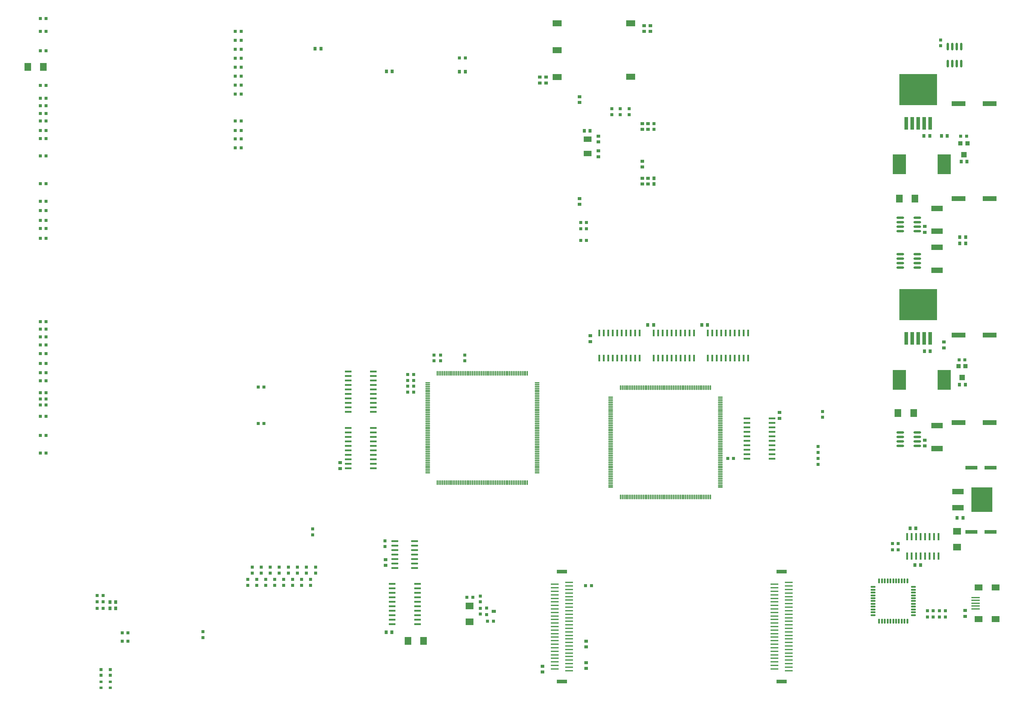
<source format=gtp>
%FSLAX44Y44*%
%MOMM*%
G71*
G01*
G75*
G04 Layer_Color=8421504*
%ADD10C,0.2032*%
%ADD11R,0.9652X0.8890*%
%ADD12R,1.0160X0.9398*%
%ADD13R,1.0160X0.9400*%
%ADD14R,2.2098X1.9050*%
%ADD15R,0.9144X0.9144*%
%ADD16R,1.2700X0.9144*%
%ADD17R,0.8890X0.9652*%
%ADD18R,1.9050X2.2098*%
%ADD19R,0.9000X0.8000*%
%ADD20R,0.9398X1.0160*%
%ADD21R,0.9400X1.0160*%
%ADD22R,2.2000X0.3600*%
%ADD23R,3.0000X1.0000*%
%ADD24R,3.5000X1.0000*%
%ADD25R,4.0000X1.4000*%
%ADD26O,2.2000X0.6000*%
%ADD27R,3.2000X1.6500*%
%ADD28R,1.2000X1.2000*%
%ADD29R,1.6000X1.5000*%
%ADD30O,0.6000X2.2000*%
%ADD31R,1.0668X3.5560*%
%ADD32R,10.6680X8.8900*%
%ADD33R,3.8100X5.5880*%
%ADD34R,1.9050X0.5588*%
%ADD35R,2.2000X1.8000*%
%ADD36R,2.4000X0.4000*%
%ADD37R,0.5000X2.0000*%
%ADD38R,3.2000X1.6000*%
%ADD39R,6.0000X7.0000*%
%ADD40O,1.4500X0.5000*%
%ADD41O,0.5000X1.4500*%
%ADD42O,2.0320X0.5588*%
%ADD43O,1.4000X0.3000*%
%ADD44O,0.3000X1.4000*%
%ADD45R,0.9000X1.0000*%
%ADD46R,2.5000X1.8000*%
%ADD47R,2.2000X1.5000*%
%ADD48R,0.5588X1.9050*%
%ADD49C,0.1778*%
%ADD50C,0.2540*%
%ADD51C,0.7620*%
%ADD52C,0.5080*%
%ADD53C,1.2700*%
%ADD54C,0.3810*%
%ADD55C,0.7000*%
%ADD56C,0.8890*%
%ADD57C,0.6350*%
%ADD58C,0.3048*%
%ADD59R,6.8834X6.6294*%
%ADD60R,7.4168X2.9972*%
%ADD61R,3.9116X9.0424*%
%ADD62R,6.6294X4.3688*%
%ADD63R,2.2098X8.4836*%
%ADD64R,7.2390X2.3368*%
%ADD65R,7.5692X1.4224*%
%ADD66R,5.3086X2.3876*%
%ADD67R,6.4770X2.3876*%
%ADD68R,0.8492X4.9022*%
%ADD69R,1.1176X9.9060*%
%ADD70R,7.4930X2.5908*%
%ADD71R,6.6548X1.4732*%
%ADD72R,5.1816X1.4732*%
%ADD73R,3.2258X4.2672*%
%ADD74R,11.5824X3.8608*%
%ADD75R,9.6012X3.5814*%
%ADD76R,10.6426X2.4638*%
%ADD77R,4.2672X4.9530*%
%ADD78R,5.3086X3.6322*%
%ADD79R,2.2860X2.4638*%
%ADD80R,3.6322X5.3086*%
%ADD81R,6.7818X2.8702*%
%ADD82R,2.5654X7.4676*%
%ADD83R,7.3660X2.3876*%
%ADD84R,1.6256X4.7752*%
%ADD85R,4.2164X2.8956*%
%ADD86R,2.2606X6.3754*%
%ADD87C,5.0000*%
%ADD88C,1.7780*%
%ADD89O,1.6510X1.0160*%
%ADD90C,1.2700*%
%ADD91R,1.2700X1.2700*%
%ADD92O,1.7780X1.5240*%
%ADD93O,1.5240X1.7780*%
%ADD94C,1.0000*%
%ADD95C,2.4384*%
%ADD96R,1.3800X2.5000*%
%ADD97O,1.3800X2.5000*%
%ADD98C,0.5080*%
%ADD99C,1.5000*%
%ADD100R,1.5000X1.5000*%
%ADD101O,1.2700X1.0160*%
%ADD102C,1.3000*%
%ADD103O,1.0000X1.7000*%
%ADD104C,1.1430*%
%ADD105C,1.5240*%
%ADD106O,1.4000X3.8000*%
%ADD107O,3.8000X1.4000*%
%ADD108O,1.0160X1.6510*%
%ADD109C,1.3800*%
%ADD110C,2.5000*%
%ADD111C,1.5748*%
%ADD112R,1.5748X1.5748*%
%ADD113C,1.3970*%
%ADD114C,1.1000*%
%ADD115R,1.5240X1.5240*%
%ADD116O,3.0480X1.5240*%
%ADD117C,2.0320*%
%ADD118C,2.2000*%
%ADD119C,1.6000*%
%ADD120C,0.9000*%
%ADD121C,0.6604*%
%ADD122C,0.6858*%
%ADD123C,0.6350*%
%ADD124C,0.8636*%
%ADD125C,1.0160*%
%ADD126C,0.7112*%
%ADD127C,1.0160*%
%ADD128C,1.5080*%
%ADD129C,1.3080*%
%ADD130C,2.9464*%
%ADD131C,1.4478*%
%ADD132C,1.5080*%
%ADD133C,0.8128*%
%ADD134C,1.4080*%
%ADD135O,1.3080X2.0080*%
%ADD136C,1.3080*%
%ADD137O,3.7080X1.3080*%
%ADD138C,1.2080*%
%ADD139C,2.0080*%
%ADD140C,1.4732*%
%ADD141C,1.4986*%
%ADD142C,1.8080*%
%ADD143C,2.7080*%
%ADD144C,2.1080*%
%ADD145C,0.8382*%
%ADD146C,0.9652*%
%ADD147C,1.0668*%
%ADD148C,0.9398*%
%ADD149C,0.8890*%
%ADD150C,3.5080*%
%ADD151O,1.3080X3.7080*%
%ADD152R,0.9144X0.9144*%
%ADD153R,0.9144X1.2700*%
%ADD154R,1.3000X1.2000*%
%ADD155C,2.0000*%
%ADD156R,3.9116X4.4958*%
%ADD157R,2.8956X1.2700*%
%ADD158R,0.9652X1.9050*%
%ADD159R,2.2098X5.6134*%
%ADD160R,4.3688X2.6162*%
%ADD161C,0.1270*%
%ADD162C,0.2500*%
%ADD163C,0.3000*%
%ADD164C,0.2500*%
%ADD165C,0.2000*%
%ADD166C,0.1000*%
%ADD167C,0.2096*%
%ADD168C,0.1524*%
%ADD169C,0.1500*%
%ADD170C,0.2286*%
%ADD171R,1.9836X0.9960*%
%ADD172R,4.8436X1.4084*%
%ADD173R,4.1000X1.9000*%
D11*
X1311402Y963676D02*
D03*
X1294892D02*
D03*
X1311402Y987806D02*
D03*
X1294892D02*
D03*
X2288032Y1088136D02*
D03*
X2271522D02*
D03*
X1240790Y1093470D02*
D03*
X1224280D02*
D03*
X1240790Y1075055D02*
D03*
X1224280D02*
D03*
X1240790Y1056640D02*
D03*
X1224280D02*
D03*
X2329942Y1020318D02*
D03*
X2346452D02*
D03*
X3575812Y1032510D02*
D03*
X3592322D02*
D03*
X3575812Y1050290D02*
D03*
X3592322D02*
D03*
X3476752Y1240790D02*
D03*
X3493262D02*
D03*
X3476752Y1223010D02*
D03*
X3493262D02*
D03*
X3665728Y1761236D02*
D03*
X3682238D02*
D03*
X3670300Y2395220D02*
D03*
X3686810D02*
D03*
X1696720Y1684020D02*
D03*
X1680210D02*
D03*
X2250440Y2617470D02*
D03*
X2266950D02*
D03*
X1079500Y1497330D02*
D03*
X1062990D02*
D03*
X1079500Y1546860D02*
D03*
X1062990D02*
D03*
X1079500Y1601470D02*
D03*
X1062990D02*
D03*
X1079500Y2339340D02*
D03*
X1062990D02*
D03*
X1079500Y1668018D02*
D03*
X1062990D02*
D03*
X2103882Y1686560D02*
D03*
X2120392D02*
D03*
X2103882Y1670050D02*
D03*
X2120392D02*
D03*
X2103882Y1719580D02*
D03*
X2120392D02*
D03*
X2103882Y1703070D02*
D03*
X2120392D02*
D03*
X1631950Y2692400D02*
D03*
X1615440D02*
D03*
X1631950Y2667000D02*
D03*
X1615440D02*
D03*
X1631950Y2641600D02*
D03*
X1615440D02*
D03*
X1631950Y2616200D02*
D03*
X1615440D02*
D03*
X1631950Y2590800D02*
D03*
X1615440D02*
D03*
X1631950Y2565400D02*
D03*
X1615440D02*
D03*
X1631950Y2540000D02*
D03*
X1615440D02*
D03*
X1631950Y2514600D02*
D03*
X1615440D02*
D03*
X1631950Y2362200D02*
D03*
X1615440D02*
D03*
X1631950Y2387600D02*
D03*
X1615440D02*
D03*
X1631950Y2411730D02*
D03*
X1615440D02*
D03*
X1631950Y2438400D02*
D03*
X1615440D02*
D03*
X1079500Y1826260D02*
D03*
X1062990D02*
D03*
X1079500Y2133600D02*
D03*
X1062990D02*
D03*
X1079500Y2539746D02*
D03*
X1062990D02*
D03*
X1079500Y1869948D02*
D03*
X1062990D02*
D03*
X1079500Y1650619D02*
D03*
X1062990D02*
D03*
X1079500Y2411730D02*
D03*
X1062990D02*
D03*
X1079500Y1633220D02*
D03*
X1062990D02*
D03*
X1079500Y1848866D02*
D03*
X1062990D02*
D03*
X1079500Y2388870D02*
D03*
X1062990D02*
D03*
X1079500Y2438400D02*
D03*
X1062990D02*
D03*
X1079500Y2105660D02*
D03*
X1062990D02*
D03*
X1079500Y2260600D02*
D03*
X1062990D02*
D03*
X1079500Y2459990D02*
D03*
X1062990D02*
D03*
X1079500Y2637790D02*
D03*
X1062990D02*
D03*
X1696720Y1581150D02*
D03*
X1680210D02*
D03*
X1079500Y2211070D02*
D03*
X1062990D02*
D03*
X1079500Y2184400D02*
D03*
X1062990D02*
D03*
X1079500Y2156460D02*
D03*
X1062990D02*
D03*
X1079500Y2503170D02*
D03*
X1062990D02*
D03*
X1079500Y1779270D02*
D03*
X1062990D02*
D03*
X1079500Y1751330D02*
D03*
X1062990D02*
D03*
X1079500Y1701800D02*
D03*
X1062990D02*
D03*
X1079500Y1724660D02*
D03*
X1062990D02*
D03*
X1079500Y2692400D02*
D03*
X1062990D02*
D03*
X1079500Y2729230D02*
D03*
X1062990D02*
D03*
X1079500Y1803400D02*
D03*
X1062990D02*
D03*
X3610102Y1050290D02*
D03*
X3626612D02*
D03*
Y1032510D02*
D03*
X3610102D02*
D03*
X2593594Y2100072D02*
D03*
X2610104D02*
D03*
X2593594Y2150872D02*
D03*
X2610104D02*
D03*
X2593594Y2133092D02*
D03*
X2610104D02*
D03*
X3010154Y1481836D02*
D03*
X3026664D02*
D03*
X2607564Y1121156D02*
D03*
X2624074D02*
D03*
X1062990Y2481580D02*
D03*
X1079500D02*
D03*
D12*
X3568700Y1533647D02*
D03*
Y2139691D02*
D03*
X2040890Y1195065D02*
D03*
X3683000Y1034039D02*
D03*
X2477770Y2562860D02*
D03*
X2495550D02*
D03*
X2768092Y2276343D02*
D03*
X2784602Y2276348D02*
D03*
X3622294Y1795277D02*
D03*
X2768092Y2324603D02*
D03*
X2643632Y2353818D02*
D03*
X2643696Y2379218D02*
D03*
X1912620Y1469639D02*
D03*
X2621280Y1813311D02*
D03*
X3156966Y1612133D02*
D03*
X2590546Y2218685D02*
D03*
Y2507483D02*
D03*
X2485136Y876305D02*
D03*
X2784666Y2414778D02*
D03*
X2768156D02*
D03*
X2773680Y2692405D02*
D03*
X2791460D02*
D03*
X2609024Y963925D02*
D03*
X2609088Y886465D02*
D03*
D13*
X3568700Y1517142D02*
D03*
Y2123186D02*
D03*
X2040890Y1178560D02*
D03*
X3683000Y1050544D02*
D03*
X2477770Y2546355D02*
D03*
X2495550D02*
D03*
X2768092Y2259838D02*
D03*
X2784602Y2259843D02*
D03*
X3622294Y1811782D02*
D03*
X2768092Y2308098D02*
D03*
X2643632Y2337313D02*
D03*
X2643696Y2395723D02*
D03*
X1912620Y1453134D02*
D03*
X2621280Y1829816D02*
D03*
X3156966Y1595628D02*
D03*
X2590546Y2202180D02*
D03*
Y2490978D02*
D03*
X2485136Y892810D02*
D03*
X2784666Y2431283D02*
D03*
X2768156D02*
D03*
X2773680Y2708910D02*
D03*
X2791460D02*
D03*
X2609024Y947420D02*
D03*
X2609088Y902970D02*
D03*
D14*
X2279142Y1019048D02*
D03*
Y1063498D02*
D03*
X3660140Y1230630D02*
D03*
Y1275080D02*
D03*
D15*
X2327402Y1057910D02*
D03*
Y1038860D02*
D03*
D16*
X2347722Y1048258D02*
D03*
D17*
X1234682Y867156D02*
D03*
Y883666D02*
D03*
X2039620Y1231900D02*
D03*
Y1248410D02*
D03*
X2309622Y1057148D02*
D03*
Y1040638D02*
D03*
Y1091946D02*
D03*
Y1075436D02*
D03*
X1261606Y867156D02*
D03*
Y883666D02*
D03*
X2705862Y2456688D02*
D03*
Y2473198D02*
D03*
X2681732Y2456688D02*
D03*
Y2473198D02*
D03*
X2731262D02*
D03*
Y2456688D02*
D03*
X3613150Y2651760D02*
D03*
Y2668270D02*
D03*
X2178050Y1758696D02*
D03*
Y1775206D02*
D03*
X2197100Y1758696D02*
D03*
Y1775206D02*
D03*
X1523746Y990600D02*
D03*
Y974090D02*
D03*
X1714500Y1173480D02*
D03*
Y1156970D02*
D03*
X1791335Y1173480D02*
D03*
Y1156970D02*
D03*
X1651000Y1138936D02*
D03*
Y1122426D02*
D03*
X1676400Y1138936D02*
D03*
Y1122426D02*
D03*
X1701800Y1138936D02*
D03*
Y1122426D02*
D03*
X1727200Y1138936D02*
D03*
Y1122426D02*
D03*
X1803400Y1138936D02*
D03*
Y1122426D02*
D03*
X1752600Y1138936D02*
D03*
Y1122426D02*
D03*
X1828800Y1138936D02*
D03*
Y1122426D02*
D03*
X1842770Y1173480D02*
D03*
Y1156970D02*
D03*
X1817052Y1173480D02*
D03*
Y1156970D02*
D03*
X1739900Y1173480D02*
D03*
Y1156970D02*
D03*
X1765618Y1173480D02*
D03*
Y1156970D02*
D03*
X1778000Y1138936D02*
D03*
Y1122426D02*
D03*
X1663700Y1173480D02*
D03*
Y1156970D02*
D03*
X1689100Y1173480D02*
D03*
Y1156970D02*
D03*
X2801100Y2414778D02*
D03*
Y2431288D02*
D03*
X2265426Y1758696D02*
D03*
Y1775206D02*
D03*
X1834642Y1265174D02*
D03*
Y1281684D02*
D03*
X3266186Y1465072D02*
D03*
Y1481582D02*
D03*
X3266440Y1498854D02*
D03*
Y1515364D02*
D03*
X3278632Y1598676D02*
D03*
Y1615186D02*
D03*
D18*
X2104136Y964184D02*
D03*
X2148586D02*
D03*
X3496310Y2218690D02*
D03*
X3540760D02*
D03*
X1071880Y2592070D02*
D03*
X1027430D02*
D03*
X3536950Y1610360D02*
D03*
X3492500D02*
D03*
D19*
X1261618Y831614D02*
D03*
Y848614D02*
D03*
X1234694D02*
D03*
Y831614D02*
D03*
D20*
X3543295Y1283716D02*
D03*
X3556762Y1179830D02*
D03*
X3676396Y1313180D02*
D03*
X3683503Y1690878D02*
D03*
X3567435Y1785620D02*
D03*
X3632195Y2396490D02*
D03*
X3687821Y2323084D02*
D03*
X3566160Y2396490D02*
D03*
X2042419Y989076D02*
D03*
X2783845Y1860042D02*
D03*
X2936753D02*
D03*
X2266691Y2578354D02*
D03*
X1857751Y2643886D02*
D03*
X2059681Y2578862D02*
D03*
X3684011Y2108962D02*
D03*
Y2091436D02*
D03*
X2604008Y2410714D02*
D03*
X1260348Y1074928D02*
D03*
Y1056640D02*
D03*
D21*
X3526790Y1283716D02*
D03*
X3540257Y1179830D02*
D03*
X3659891Y1313180D02*
D03*
X3666998Y1690878D02*
D03*
X3583940Y1785620D02*
D03*
X3615690Y2396490D02*
D03*
X3671316Y2323084D02*
D03*
X3582665Y2396490D02*
D03*
X2058924Y989076D02*
D03*
X2800350Y1860042D02*
D03*
X2953258D02*
D03*
X2250186Y2578354D02*
D03*
X1841246Y2643886D02*
D03*
X2043176Y2578862D02*
D03*
X3667506Y2108962D02*
D03*
Y2091436D02*
D03*
X2620513Y2410714D02*
D03*
X1276853Y1074928D02*
D03*
Y1056640D02*
D03*
D22*
X2560508Y1040122D02*
D03*
Y1050122D02*
D03*
Y1060122D02*
D03*
Y1070122D02*
D03*
Y1080122D02*
D03*
Y1030122D02*
D03*
Y1020122D02*
D03*
Y1010122D02*
D03*
Y1000122D02*
D03*
Y990122D02*
D03*
Y980122D02*
D03*
Y970122D02*
D03*
Y960122D02*
D03*
Y950122D02*
D03*
Y940122D02*
D03*
Y930122D02*
D03*
Y920122D02*
D03*
Y910122D02*
D03*
Y900122D02*
D03*
Y890122D02*
D03*
Y880122D02*
D03*
Y1090122D02*
D03*
Y1100122D02*
D03*
Y1110122D02*
D03*
Y1120122D02*
D03*
Y1130122D02*
D03*
X2520508Y985122D02*
D03*
Y995122D02*
D03*
Y1005122D02*
D03*
Y1015122D02*
D03*
Y1025122D02*
D03*
Y1035122D02*
D03*
Y1045122D02*
D03*
Y1055122D02*
D03*
Y1065122D02*
D03*
Y1075122D02*
D03*
Y1125122D02*
D03*
Y1115122D02*
D03*
Y1105122D02*
D03*
Y1095122D02*
D03*
Y1085122D02*
D03*
Y975122D02*
D03*
Y965122D02*
D03*
Y955122D02*
D03*
Y945122D02*
D03*
Y935122D02*
D03*
Y925122D02*
D03*
Y915122D02*
D03*
Y905122D02*
D03*
Y895122D02*
D03*
Y885122D02*
D03*
X3142808D02*
D03*
Y895122D02*
D03*
Y905122D02*
D03*
Y915122D02*
D03*
Y925122D02*
D03*
Y935122D02*
D03*
Y945122D02*
D03*
Y955122D02*
D03*
Y965122D02*
D03*
Y975122D02*
D03*
Y1085122D02*
D03*
Y1095122D02*
D03*
Y1105122D02*
D03*
Y1115122D02*
D03*
Y1125122D02*
D03*
Y1075122D02*
D03*
Y1065122D02*
D03*
Y1055122D02*
D03*
Y1045122D02*
D03*
Y1035122D02*
D03*
Y1025122D02*
D03*
Y1015122D02*
D03*
Y1005122D02*
D03*
Y995122D02*
D03*
Y985122D02*
D03*
X3182808Y1130122D02*
D03*
Y1120122D02*
D03*
Y1110122D02*
D03*
Y1100122D02*
D03*
Y1090122D02*
D03*
Y880122D02*
D03*
Y890122D02*
D03*
Y900122D02*
D03*
Y910122D02*
D03*
Y920122D02*
D03*
Y930122D02*
D03*
Y940122D02*
D03*
Y950122D02*
D03*
Y960122D02*
D03*
Y970122D02*
D03*
Y980122D02*
D03*
Y990122D02*
D03*
Y1000122D02*
D03*
Y1010122D02*
D03*
Y1020122D02*
D03*
Y1030122D02*
D03*
Y1080122D02*
D03*
Y1070122D02*
D03*
Y1060122D02*
D03*
Y1050122D02*
D03*
Y1040122D02*
D03*
D23*
X2540508Y849122D02*
D03*
Y1161122D02*
D03*
X3162808D02*
D03*
Y849122D02*
D03*
D24*
X3755046Y1455420D02*
D03*
X3700298D02*
D03*
X3755046Y1273810D02*
D03*
X3700298D02*
D03*
D25*
X3752546Y1583690D02*
D03*
X3663950D02*
D03*
X3752546Y2487930D02*
D03*
X3663950D02*
D03*
X3752546Y2218690D02*
D03*
X3663950D02*
D03*
Y1831340D02*
D03*
X3752546D02*
D03*
D26*
X3498980Y1555750D02*
D03*
Y1543050D02*
D03*
Y1530350D02*
D03*
Y1517650D02*
D03*
X3546980Y1555750D02*
D03*
Y1543050D02*
D03*
Y1530350D02*
D03*
Y1517650D02*
D03*
X3498980Y2061210D02*
D03*
Y2048510D02*
D03*
Y2035810D02*
D03*
Y2023110D02*
D03*
X3546980Y2061210D02*
D03*
Y2048510D02*
D03*
Y2035810D02*
D03*
Y2023110D02*
D03*
Y2125980D02*
D03*
Y2138680D02*
D03*
Y2151380D02*
D03*
Y2164080D02*
D03*
X3498980Y2125980D02*
D03*
Y2138680D02*
D03*
Y2151380D02*
D03*
Y2164080D02*
D03*
D27*
X3602990Y2015260D02*
D03*
Y2080260D02*
D03*
Y2125750D02*
D03*
Y2190750D02*
D03*
Y1509800D02*
D03*
Y1574800D02*
D03*
D28*
X3669350Y2374900D02*
D03*
X3689350D02*
D03*
X3683856Y1743452D02*
D03*
X3663856D02*
D03*
D29*
X3679350Y2342900D02*
D03*
X3673856Y1711452D02*
D03*
D30*
X3671570Y2649090D02*
D03*
X3658870D02*
D03*
X3646170D02*
D03*
X3633470D02*
D03*
X3671570Y2601090D02*
D03*
X3658870D02*
D03*
X3646170D02*
D03*
X3633470D02*
D03*
D31*
X3583432Y2432050D02*
D03*
X3515868D02*
D03*
X3533140D02*
D03*
X3549904D02*
D03*
X3566414D02*
D03*
Y1822450D02*
D03*
X3549904D02*
D03*
X3533140D02*
D03*
X3515868D02*
D03*
X3583432D02*
D03*
D32*
X3549650Y2527300D02*
D03*
Y1917700D02*
D03*
D33*
X3623310Y2315718D02*
D03*
X3496310D02*
D03*
Y1704340D02*
D03*
X3623310D02*
D03*
D34*
X3064678Y1595120D02*
D03*
Y1582420D02*
D03*
Y1569720D02*
D03*
Y1557020D02*
D03*
Y1544320D02*
D03*
Y1531620D02*
D03*
Y1518920D02*
D03*
Y1506220D02*
D03*
Y1493520D02*
D03*
Y1480820D02*
D03*
X3136138Y1595120D02*
D03*
Y1582420D02*
D03*
Y1569720D02*
D03*
Y1557020D02*
D03*
Y1544320D02*
D03*
Y1531620D02*
D03*
Y1518920D02*
D03*
Y1506220D02*
D03*
Y1493520D02*
D03*
Y1480820D02*
D03*
X2131400Y1012190D02*
D03*
Y1024890D02*
D03*
Y1037590D02*
D03*
Y1050290D02*
D03*
Y1062990D02*
D03*
Y1075690D02*
D03*
Y1088390D02*
D03*
Y1101090D02*
D03*
Y1113790D02*
D03*
Y1126490D02*
D03*
X2059940Y1012190D02*
D03*
Y1024890D02*
D03*
Y1037590D02*
D03*
Y1050290D02*
D03*
Y1062990D02*
D03*
Y1075690D02*
D03*
Y1088390D02*
D03*
Y1101090D02*
D03*
Y1113790D02*
D03*
Y1126490D02*
D03*
X1935140Y1728470D02*
D03*
Y1715770D02*
D03*
Y1703070D02*
D03*
Y1690370D02*
D03*
Y1677670D02*
D03*
Y1664970D02*
D03*
Y1652270D02*
D03*
Y1639570D02*
D03*
Y1626870D02*
D03*
Y1614170D02*
D03*
X2006600Y1728470D02*
D03*
Y1715770D02*
D03*
Y1703070D02*
D03*
Y1690370D02*
D03*
Y1677670D02*
D03*
Y1664970D02*
D03*
Y1652270D02*
D03*
Y1639570D02*
D03*
Y1626870D02*
D03*
Y1614170D02*
D03*
X1935140Y1568450D02*
D03*
Y1555750D02*
D03*
Y1543050D02*
D03*
Y1530350D02*
D03*
Y1517650D02*
D03*
Y1504950D02*
D03*
Y1492250D02*
D03*
Y1479550D02*
D03*
Y1466850D02*
D03*
Y1454150D02*
D03*
X2006600Y1568450D02*
D03*
Y1555750D02*
D03*
Y1543050D02*
D03*
Y1530350D02*
D03*
Y1517650D02*
D03*
Y1504950D02*
D03*
Y1492250D02*
D03*
Y1479550D02*
D03*
Y1466850D02*
D03*
Y1454150D02*
D03*
D35*
X3721100Y1116330D02*
D03*
Y1026414D02*
D03*
X3769360D02*
D03*
Y1116330D02*
D03*
D36*
X3712580Y1087390D02*
D03*
Y1079390D02*
D03*
Y1071390D02*
D03*
Y1063390D02*
D03*
Y1055390D02*
D03*
D37*
X3607562Y1260230D02*
D03*
X3544062Y1205230D02*
D03*
X3531362D02*
D03*
X3518662D02*
D03*
X3582162D02*
D03*
X3569462D02*
D03*
X3556762D02*
D03*
X3594862D02*
D03*
X3518662Y1260230D02*
D03*
X3531362D02*
D03*
X3544062D02*
D03*
X3556762D02*
D03*
X3569462D02*
D03*
X3582162D02*
D03*
X3594862D02*
D03*
X3607562Y1205230D02*
D03*
D38*
X3661990Y1388250D02*
D03*
Y1342250D02*
D03*
D39*
X3729990Y1365250D02*
D03*
D40*
X3422142Y1117600D02*
D03*
Y1109600D02*
D03*
Y1101600D02*
D03*
Y1093600D02*
D03*
Y1085600D02*
D03*
Y1077600D02*
D03*
Y1069600D02*
D03*
Y1061600D02*
D03*
Y1053600D02*
D03*
Y1045600D02*
D03*
Y1037600D02*
D03*
X3536142D02*
D03*
Y1045600D02*
D03*
Y1053600D02*
D03*
Y1061600D02*
D03*
Y1069600D02*
D03*
Y1077600D02*
D03*
Y1085600D02*
D03*
Y1093600D02*
D03*
Y1101600D02*
D03*
Y1109600D02*
D03*
Y1117600D02*
D03*
D41*
X3439142Y1020600D02*
D03*
X3447142D02*
D03*
X3455142D02*
D03*
X3463142D02*
D03*
X3471142D02*
D03*
X3479142D02*
D03*
X3487142D02*
D03*
X3495142D02*
D03*
X3503142D02*
D03*
X3511142D02*
D03*
X3519142D02*
D03*
Y1134600D02*
D03*
X3511142D02*
D03*
X3503142D02*
D03*
X3495142D02*
D03*
X3487142D02*
D03*
X3479142D02*
D03*
X3471142D02*
D03*
X3463142D02*
D03*
X3455142D02*
D03*
X3447142D02*
D03*
X3439142D02*
D03*
D42*
X2123440Y1247140D02*
D03*
Y1234440D02*
D03*
Y1221740D02*
D03*
Y1209040D02*
D03*
Y1196340D02*
D03*
Y1183640D02*
D03*
Y1170940D02*
D03*
X2067560D02*
D03*
Y1183640D02*
D03*
Y1196340D02*
D03*
Y1209040D02*
D03*
Y1221740D02*
D03*
Y1234440D02*
D03*
Y1247140D02*
D03*
D43*
X2160090Y1441090D02*
D03*
Y1446090D02*
D03*
Y1451090D02*
D03*
Y1456090D02*
D03*
Y1461090D02*
D03*
Y1466090D02*
D03*
Y1471090D02*
D03*
Y1476090D02*
D03*
Y1481090D02*
D03*
Y1486090D02*
D03*
Y1491090D02*
D03*
Y1496090D02*
D03*
Y1501090D02*
D03*
Y1506090D02*
D03*
Y1511090D02*
D03*
Y1516090D02*
D03*
Y1521090D02*
D03*
Y1526090D02*
D03*
Y1531090D02*
D03*
Y1536090D02*
D03*
Y1541090D02*
D03*
Y1546090D02*
D03*
Y1551090D02*
D03*
Y1556090D02*
D03*
Y1561090D02*
D03*
Y1566090D02*
D03*
Y1571090D02*
D03*
Y1576090D02*
D03*
Y1581090D02*
D03*
Y1586090D02*
D03*
Y1591090D02*
D03*
Y1596090D02*
D03*
Y1601090D02*
D03*
Y1606090D02*
D03*
Y1611090D02*
D03*
Y1616090D02*
D03*
Y1621090D02*
D03*
Y1626090D02*
D03*
Y1631090D02*
D03*
Y1636090D02*
D03*
Y1641090D02*
D03*
Y1646090D02*
D03*
Y1651090D02*
D03*
Y1656090D02*
D03*
Y1661090D02*
D03*
Y1666090D02*
D03*
Y1671090D02*
D03*
Y1676090D02*
D03*
Y1681090D02*
D03*
Y1686090D02*
D03*
Y1691090D02*
D03*
Y1696090D02*
D03*
X2470250D02*
D03*
Y1691090D02*
D03*
Y1686090D02*
D03*
Y1681090D02*
D03*
Y1676090D02*
D03*
Y1671090D02*
D03*
Y1666090D02*
D03*
Y1661090D02*
D03*
Y1656090D02*
D03*
Y1651090D02*
D03*
Y1646090D02*
D03*
Y1641090D02*
D03*
Y1636090D02*
D03*
Y1631090D02*
D03*
Y1626090D02*
D03*
Y1621090D02*
D03*
Y1616090D02*
D03*
Y1611090D02*
D03*
Y1606090D02*
D03*
Y1601090D02*
D03*
Y1596090D02*
D03*
Y1591090D02*
D03*
Y1586090D02*
D03*
Y1581090D02*
D03*
Y1576090D02*
D03*
Y1571090D02*
D03*
Y1566090D02*
D03*
Y1561090D02*
D03*
Y1556090D02*
D03*
Y1551090D02*
D03*
Y1546090D02*
D03*
Y1541090D02*
D03*
Y1536090D02*
D03*
Y1531090D02*
D03*
Y1526090D02*
D03*
Y1521090D02*
D03*
Y1516090D02*
D03*
Y1511090D02*
D03*
Y1506090D02*
D03*
Y1501090D02*
D03*
Y1496090D02*
D03*
Y1491090D02*
D03*
Y1486090D02*
D03*
Y1481090D02*
D03*
Y1476090D02*
D03*
Y1471090D02*
D03*
Y1466090D02*
D03*
Y1461090D02*
D03*
Y1456090D02*
D03*
Y1451090D02*
D03*
Y1446090D02*
D03*
Y1441090D02*
D03*
X2678790Y1400196D02*
D03*
Y1405196D02*
D03*
Y1410196D02*
D03*
Y1415196D02*
D03*
Y1420196D02*
D03*
Y1425196D02*
D03*
Y1430196D02*
D03*
Y1435196D02*
D03*
Y1440196D02*
D03*
Y1445196D02*
D03*
Y1450196D02*
D03*
Y1455196D02*
D03*
Y1460196D02*
D03*
Y1465196D02*
D03*
Y1470196D02*
D03*
Y1475196D02*
D03*
Y1480196D02*
D03*
Y1485196D02*
D03*
Y1490196D02*
D03*
Y1495196D02*
D03*
Y1500196D02*
D03*
Y1505196D02*
D03*
Y1510196D02*
D03*
Y1515196D02*
D03*
Y1520196D02*
D03*
Y1525196D02*
D03*
Y1530196D02*
D03*
Y1535196D02*
D03*
Y1540196D02*
D03*
Y1545196D02*
D03*
Y1550196D02*
D03*
Y1555196D02*
D03*
Y1560196D02*
D03*
Y1565196D02*
D03*
Y1570196D02*
D03*
Y1575196D02*
D03*
Y1580196D02*
D03*
Y1585196D02*
D03*
Y1590196D02*
D03*
Y1595196D02*
D03*
Y1600196D02*
D03*
Y1605196D02*
D03*
Y1610196D02*
D03*
Y1615196D02*
D03*
Y1620196D02*
D03*
Y1625196D02*
D03*
Y1630196D02*
D03*
Y1635196D02*
D03*
Y1640196D02*
D03*
Y1645196D02*
D03*
Y1650196D02*
D03*
Y1655196D02*
D03*
X2988950D02*
D03*
Y1650196D02*
D03*
Y1645196D02*
D03*
Y1640196D02*
D03*
Y1635196D02*
D03*
Y1630196D02*
D03*
Y1625196D02*
D03*
Y1620196D02*
D03*
Y1615196D02*
D03*
Y1610196D02*
D03*
Y1605196D02*
D03*
Y1600196D02*
D03*
Y1595196D02*
D03*
Y1590196D02*
D03*
Y1585196D02*
D03*
Y1580196D02*
D03*
Y1575196D02*
D03*
Y1570196D02*
D03*
Y1565196D02*
D03*
Y1560196D02*
D03*
Y1555196D02*
D03*
Y1550196D02*
D03*
Y1545196D02*
D03*
Y1540196D02*
D03*
Y1535196D02*
D03*
Y1530196D02*
D03*
Y1525196D02*
D03*
Y1520196D02*
D03*
Y1515196D02*
D03*
Y1510196D02*
D03*
Y1505196D02*
D03*
Y1500196D02*
D03*
Y1495196D02*
D03*
Y1490196D02*
D03*
Y1485196D02*
D03*
Y1480196D02*
D03*
Y1475196D02*
D03*
Y1470196D02*
D03*
Y1465196D02*
D03*
Y1460196D02*
D03*
Y1455196D02*
D03*
Y1450196D02*
D03*
Y1445196D02*
D03*
Y1440196D02*
D03*
Y1435196D02*
D03*
Y1430196D02*
D03*
Y1425196D02*
D03*
Y1420196D02*
D03*
Y1415196D02*
D03*
Y1410196D02*
D03*
Y1405196D02*
D03*
Y1400196D02*
D03*
D44*
X2187670Y1723390D02*
D03*
X2192670D02*
D03*
X2197670D02*
D03*
X2202670D02*
D03*
X2207670D02*
D03*
X2212670D02*
D03*
X2217670D02*
D03*
X2222670D02*
D03*
X2227670D02*
D03*
X2232670D02*
D03*
X2237670D02*
D03*
X2242670D02*
D03*
X2247670D02*
D03*
X2252670D02*
D03*
X2257670D02*
D03*
X2262670D02*
D03*
X2267670D02*
D03*
X2272670D02*
D03*
X2277670D02*
D03*
X2282670D02*
D03*
X2287670D02*
D03*
X2292670D02*
D03*
X2297670D02*
D03*
X2302670D02*
D03*
X2307670D02*
D03*
X2312670D02*
D03*
X2317670D02*
D03*
X2322670D02*
D03*
X2327670D02*
D03*
X2332670D02*
D03*
X2337670D02*
D03*
X2342670D02*
D03*
X2347670D02*
D03*
X2352670D02*
D03*
X2357670D02*
D03*
X2362670D02*
D03*
X2367670D02*
D03*
X2372670D02*
D03*
X2377670D02*
D03*
X2382670D02*
D03*
X2387670D02*
D03*
X2392670D02*
D03*
X2397670D02*
D03*
X2402670D02*
D03*
X2407670D02*
D03*
X2412670D02*
D03*
X2417670D02*
D03*
X2422670D02*
D03*
X2427670D02*
D03*
X2432670D02*
D03*
X2437670D02*
D03*
X2442670D02*
D03*
Y1413510D02*
D03*
X2437670D02*
D03*
X2432670D02*
D03*
X2427670D02*
D03*
X2422670D02*
D03*
X2417670D02*
D03*
X2412670D02*
D03*
X2407670D02*
D03*
X2402670D02*
D03*
X2397670D02*
D03*
X2392670D02*
D03*
X2387670D02*
D03*
X2382670D02*
D03*
X2377670D02*
D03*
X2372670D02*
D03*
X2367670D02*
D03*
X2362670D02*
D03*
X2357670D02*
D03*
X2352670D02*
D03*
X2347670D02*
D03*
X2342670D02*
D03*
X2337670D02*
D03*
X2332670D02*
D03*
X2327670D02*
D03*
X2322670D02*
D03*
X2317670D02*
D03*
X2312670D02*
D03*
X2307670D02*
D03*
X2302670D02*
D03*
X2297670D02*
D03*
X2292670D02*
D03*
X2287670D02*
D03*
X2282670D02*
D03*
X2277670D02*
D03*
X2272670D02*
D03*
X2267670D02*
D03*
X2262670D02*
D03*
X2257670D02*
D03*
X2252670D02*
D03*
X2247670D02*
D03*
X2242670D02*
D03*
X2237670D02*
D03*
X2232670D02*
D03*
X2227670D02*
D03*
X2222670D02*
D03*
X2217670D02*
D03*
X2212670D02*
D03*
X2207670D02*
D03*
X2202670D02*
D03*
X2197670D02*
D03*
X2192670D02*
D03*
X2187670D02*
D03*
X2706370Y1682496D02*
D03*
X2711370D02*
D03*
X2716370D02*
D03*
X2721370D02*
D03*
X2726370D02*
D03*
X2731370D02*
D03*
X2736370D02*
D03*
X2741370D02*
D03*
X2746370D02*
D03*
X2751370D02*
D03*
X2756370D02*
D03*
X2761370D02*
D03*
X2766370D02*
D03*
X2771370D02*
D03*
X2776370D02*
D03*
X2781370D02*
D03*
X2786370D02*
D03*
X2791370D02*
D03*
X2796370D02*
D03*
X2801370D02*
D03*
X2806370D02*
D03*
X2811370D02*
D03*
X2816370D02*
D03*
X2821370D02*
D03*
X2826370D02*
D03*
X2831370D02*
D03*
X2836370D02*
D03*
X2841370D02*
D03*
X2846370D02*
D03*
X2851370D02*
D03*
X2856370D02*
D03*
X2861370D02*
D03*
X2866370D02*
D03*
X2871370D02*
D03*
X2876370D02*
D03*
X2881370D02*
D03*
X2886370D02*
D03*
X2891370D02*
D03*
X2896370D02*
D03*
X2901370D02*
D03*
X2906370D02*
D03*
X2911370D02*
D03*
X2916370D02*
D03*
X2921370D02*
D03*
X2926370D02*
D03*
X2931370D02*
D03*
X2936370D02*
D03*
X2941370D02*
D03*
X2946370D02*
D03*
X2951370D02*
D03*
X2956370D02*
D03*
X2961370D02*
D03*
Y1372616D02*
D03*
X2956370D02*
D03*
X2951370D02*
D03*
X2946370D02*
D03*
X2941370D02*
D03*
X2936370D02*
D03*
X2931370D02*
D03*
X2926370D02*
D03*
X2921370D02*
D03*
X2916370D02*
D03*
X2911370D02*
D03*
X2906370D02*
D03*
X2901370D02*
D03*
X2896370D02*
D03*
X2891370D02*
D03*
X2886370D02*
D03*
X2881370D02*
D03*
X2876370D02*
D03*
X2871370D02*
D03*
X2866370D02*
D03*
X2861370D02*
D03*
X2856370D02*
D03*
X2851370D02*
D03*
X2846370D02*
D03*
X2841370D02*
D03*
X2836370D02*
D03*
X2831370D02*
D03*
X2826370D02*
D03*
X2821370D02*
D03*
X2816370D02*
D03*
X2811370D02*
D03*
X2806370D02*
D03*
X2801370D02*
D03*
X2796370D02*
D03*
X2791370D02*
D03*
X2786370D02*
D03*
X2781370D02*
D03*
X2776370D02*
D03*
X2771370D02*
D03*
X2766370D02*
D03*
X2761370D02*
D03*
X2756370D02*
D03*
X2751370D02*
D03*
X2746370D02*
D03*
X2741370D02*
D03*
X2736370D02*
D03*
X2731370D02*
D03*
X2726370D02*
D03*
X2721370D02*
D03*
X2716370D02*
D03*
X2711370D02*
D03*
X2706370D02*
D03*
D45*
X2801112Y2259948D02*
D03*
Y2276348D02*
D03*
D46*
X2735580Y2715260D02*
D03*
Y2564130D02*
D03*
X2527300Y2562860D02*
D03*
Y2639060D02*
D03*
Y2715260D02*
D03*
D47*
X2613152Y2386838D02*
D03*
Y2346198D02*
D03*
D48*
X3068320Y1837436D02*
D03*
X3055620D02*
D03*
X3042920D02*
D03*
X3030220D02*
D03*
X3017520D02*
D03*
X3004820D02*
D03*
X2992120D02*
D03*
X2979420D02*
D03*
X2966720D02*
D03*
X2954020D02*
D03*
X3068320Y1765976D02*
D03*
X3055620D02*
D03*
X3042920D02*
D03*
X3030220D02*
D03*
X3017520D02*
D03*
X3004820D02*
D03*
X2992120D02*
D03*
X2979420D02*
D03*
X2966720D02*
D03*
X2954020D02*
D03*
X2760980Y1837436D02*
D03*
X2748280D02*
D03*
X2735580D02*
D03*
X2722880D02*
D03*
X2710180D02*
D03*
X2697480D02*
D03*
X2684780D02*
D03*
X2672080D02*
D03*
X2659380D02*
D03*
X2646680D02*
D03*
X2760980Y1765976D02*
D03*
X2748280D02*
D03*
X2735580D02*
D03*
X2722880D02*
D03*
X2710180D02*
D03*
X2697480D02*
D03*
X2684780D02*
D03*
X2672080D02*
D03*
X2659380D02*
D03*
X2646680D02*
D03*
X2914650Y1837436D02*
D03*
X2901950D02*
D03*
X2889250D02*
D03*
X2876550D02*
D03*
X2863850D02*
D03*
X2851150D02*
D03*
X2838450D02*
D03*
X2825750D02*
D03*
X2813050D02*
D03*
X2800350D02*
D03*
X2914650Y1765976D02*
D03*
X2901950D02*
D03*
X2889250D02*
D03*
X2876550D02*
D03*
X2863850D02*
D03*
X2851150D02*
D03*
X2838450D02*
D03*
X2825750D02*
D03*
X2813050D02*
D03*
X2800350D02*
D03*
M02*

</source>
